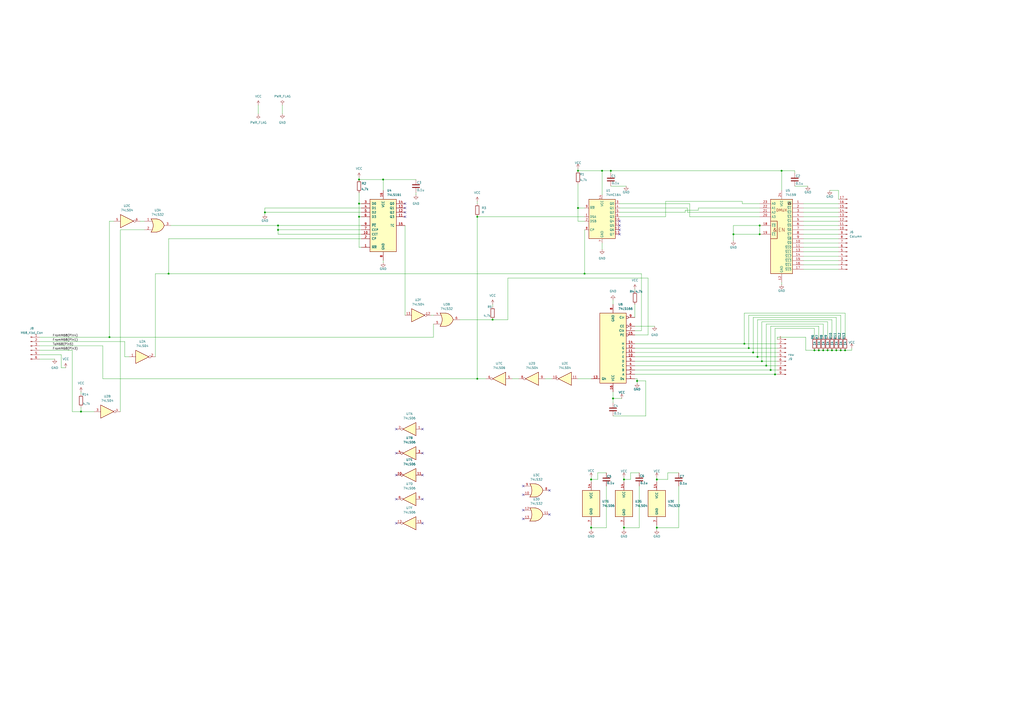
<source format=kicad_sch>
(kicad_sch (version 20231120) (generator "eeschema") (generator_version "8.0")
  (paper "A2")
  (lib_symbols
    (symbol "74xx:74HC164"
      (property "Reference" "U" (at 1.905 -13.97 0))
      (property "Value" "74HC164" (at 1.905 -16.51 0))
      (symbol "74HC164_1_1"
        (pin input line (at -10.16 0 0) (length 2.54) (name "DSA") (number "1"))
        (pin output line (at 10.16 -2.54 180) (length 2.54) (name "Q4") (number "10"))
        (pin output line (at 10.16 -5.08 180) (length 2.54) (name "Q5") (number "11"))
        (pin output line (at 10.16 -7.62 180) (length 2.54) (name "Q6") (number "12"))
        (pin output line (at 10.16 -10.16 180) (length 2.54) (name "Q7") (number "13"))
        (pin power_in line (at 0 12.7 270) (length 2.54) (name "VCC") (number "14"))
        (pin input line (at -10.16 -2.54 0) (length 2.54) (name "DSB") (number "2"))
        (pin output line (at 10.16 7.62 180) (length 2.54) (name "Q0") (number "3"))
        (pin output line (at 10.16 5.08 180) (length 2.54) (name "Q1") (number "4"))
        (pin output line (at 10.16 2.54 180) (length 2.54) (name "Q2") (number "5"))
        (pin output line (at 10.16 0 180) (length 2.54) (name "Q3") (number "6"))
        (pin power_in line (at 0 -15.24 90) (length 2.54) (name "GND") (number "7"))
        (pin input line (at -10.16 -7.62 0) (length 2.54) (name "CP") (number "8"))
        (pin input line (at -10.16 5.08 0) (length 2.54) (name "~{MR}") (number "9"))
      )
    )
    (symbol "74xx:74LS04"
      (property "Reference" "U" (at 0 1.27 0))
      (property "Value" "74LS04" (at 0 -1.27 0))
      (symbol "74LS04_1_0"
        (pin input line (at -7.62 0 0) (length 3.81) (name "~") (number "1"))
        (pin output inverted (at 7.62 0 180) (length 3.81) (name "~") (number "2"))
      )
      (symbol "74LS04_2_0"
        (pin input line (at -7.62 0 0) (length 3.81) (name "~") (number "3"))
        (pin output inverted (at 7.62 0 180) (length 3.81) (name "~") (number "4"))
      )
      (symbol "74LS04_3_0"
        (pin input line (at -7.62 0 0) (length 3.81) (name "~") (number "5"))
        (pin output inverted (at 7.62 0 180) (length 3.81) (name "~") (number "6"))
      )
      (symbol "74LS04_4_0"
        (pin output inverted (at 7.62 0 180) (length 3.81) (name "~") (number "8"))
        (pin input line (at -7.62 0 0) (length 3.81) (name "~") (number "9"))
      )
      (symbol "74LS04_5_0"
        (pin output inverted (at 7.62 0 180) (length 3.81) (name "~") (number "10"))
        (pin input line (at -7.62 0 0) (length 3.81) (name "~") (number "11"))
      )
      (symbol "74LS04_6_0"
        (pin output inverted (at 7.62 0 180) (length 3.81) (name "~") (number "12"))
        (pin input line (at -7.62 0 0) (length 3.81) (name "~") (number "13"))
      )
      (symbol "74LS04_7_0"
        (pin power_in line (at 0 12.7 270) (length 5.08) (name "VCC") (number "14"))
        (pin power_in line (at 0 -12.7 90) (length 5.08) (name "GND") (number "7"))
      )
    )
    (symbol "74xx:74LS06" (pin_names (offset 1.016))
      (property "Reference" "U" (at 0 1.27 0))
      (property "Value" "74LS06" (at 0 -1.27 0))
      (symbol "74LS06_1_0"
        (pin input line (at -7.62 0 0) (length 3.81) (name "~") (number "1"))
        (pin open_collector inverted (at 7.62 0 180) (length 3.81) (name "~") (number "2"))
      )
      (symbol "74LS06_2_0"
        (pin input line (at -7.62 0 0) (length 3.81) (name "~") (number "3"))
        (pin open_collector inverted (at 7.62 0 180) (length 3.81) (name "~") (number "4"))
      )
      (symbol "74LS06_3_0"
        (pin input line (at -7.62 0 0) (length 3.81) (name "~") (number "5"))
        (pin open_collector inverted (at 7.62 0 180) (length 3.81) (name "~") (number "6"))
      )
      (symbol "74LS06_4_0"
        (pin open_collector inverted (at 7.62 0 180) (length 3.81) (name "~") (number "8"))
        (pin input line (at -7.62 0 0) (length 3.81) (name "~") (number "9"))
      )
      (symbol "74LS06_5_0"
        (pin open_collector inverted (at 7.62 0 180) (length 3.81) (name "~") (number "10"))
        (pin input line (at -7.62 0 0) (length 3.81) (name "~") (number "11"))
      )
      (symbol "74LS06_6_0"
        (pin open_collector inverted (at 7.62 0 180) (length 3.81) (name "~") (number "12"))
        (pin input line (at -7.62 0 0) (length 3.81) (name "~") (number "13"))
      )
      (symbol "74LS06_7_0"
        (pin power_in line (at 0 12.7 270) (length 5.08) (name "VCC") (number "14"))
        (pin power_in line (at 0 -12.7 90) (length 5.08) (name "GND") (number "7"))
      )
    )
    (symbol "74xx:74LS161" (pin_names (offset 1.016))
      (property "Reference" "U" (at -7.62 16.51 0))
      (property "Value" "74LS161" (at -7.62 -16.51 0))
      (symbol "74LS161_1_0"
        (pin input line (at -12.7 -12.7 0) (length 5.08) (name "~{MR}") (number "1"))
        (pin input line (at -12.7 -5.08 0) (length 5.08) (name "CET") (number "10"))
        (pin output line (at 12.7 5.08 180) (length 5.08) (name "Q3") (number "11"))
        (pin output line (at 12.7 7.62 180) (length 5.08) (name "Q2") (number "12"))
        (pin output line (at 12.7 10.16 180) (length 5.08) (name "Q1") (number "13"))
        (pin output line (at 12.7 12.7 180) (length 5.08) (name "Q0") (number "14"))
        (pin output line (at 12.7 0 180) (length 5.08) (name "TC") (number "15"))
        (pin power_in line (at 0 20.32 270) (length 5.08) (name "VCC") (number "16"))
        (pin input line (at -12.7 -7.62 0) (length 5.08) (name "CP") (number "2"))
        (pin input line (at -12.7 12.7 0) (length 5.08) (name "D0") (number "3"))
        (pin input line (at -12.7 10.16 0) (length 5.08) (name "D1") (number "4"))
        (pin input line (at -12.7 7.62 0) (length 5.08) (name "D2") (number "5"))
        (pin input line (at -12.7 5.08 0) (length 5.08) (name "D3") (number "6"))
        (pin input line (at -12.7 -2.54 0) (length 5.08) (name "CEP") (number "7"))
        (pin power_in line (at 0 -20.32 90) (length 5.08) (name "GND") (number "8"))
        (pin input line (at -12.7 0 0) (length 5.08) (name "~{PE}") (number "9"))
      )
    )
    (symbol "74xx:74LS166" (pin_names (offset 1.016))
      (property "Reference" "U" (at -7.62 21.59 0))
      (property "Value" "74LS166" (at -7.62 -21.59 0))
      (symbol "74LS166_1_0"
        (pin input line (at -12.7 17.78 0) (length 5.08) (name "Ds") (number "1"))
        (pin input line (at -12.7 5.08 0) (length 5.08) (name "E") (number "10"))
        (pin input line (at -12.7 2.54 0) (length 5.08) (name "F") (number "11"))
        (pin input line (at -12.7 0 0) (length 5.08) (name "G") (number "12"))
        (pin output line (at 12.7 17.78 180) (length 5.08) (name "Qh") (number "13"))
        (pin input line (at -12.7 -2.54 0) (length 5.08) (name "H") (number "14"))
        (pin input inverted (at -12.7 -7.62 0) (length 5.08) (name "PE") (number "15"))
        (pin power_in line (at 0 25.4 270) (length 5.08) (name "VCC") (number "16"))
        (pin input line (at -12.7 15.24 0) (length 5.08) (name "A") (number "2"))
        (pin input line (at -12.7 12.7 0) (length 5.08) (name "B") (number "3"))
        (pin input line (at -12.7 10.16 0) (length 5.08) (name "C") (number "4"))
        (pin input line (at -12.7 7.62 0) (length 5.08) (name "D") (number "5"))
        (pin input inverted (at -12.7 -12.7 0) (length 5.08) (name "CE") (number "6"))
        (pin input line (at -12.7 -10.16 0) (length 5.08) (name "Clk") (number "7"))
        (pin power_in line (at 0 -25.4 90) (length 5.08) (name "GND") (number "8"))
        (pin input inverted (at -12.7 -17.78 0) (length 5.08) (name "Clr") (number "9"))
      )
    )
    (symbol "74xx:74LS32" (pin_names (offset 1.016))
      (property "Reference" "U" (at 0 1.27 0))
      (property "Value" "74LS32" (at 0 -1.27 0))
      (symbol "74LS32_1_1"
        (pin input line (at -7.62 2.54 0) (length 4.318) (name "~") (number "1"))
        (pin input line (at -7.62 -2.54 0) (length 4.318) (name "~") (number "2"))
        (pin output line (at 7.62 0 180) (length 3.81) (name "~") (number "3"))
      )
      (symbol "74LS32_1_2"
        (pin input inverted (at -7.62 2.54 0) (length 3.81) (name "~") (number "1"))
        (pin input inverted (at -7.62 -2.54 0) (length 3.81) (name "~") (number "2"))
        (pin output inverted (at 7.62 0 180) (length 3.81) (name "~") (number "3"))
      )
      (symbol "74LS32_2_1"
        (pin input line (at -7.62 2.54 0) (length 4.318) (name "~") (number "4"))
        (pin input line (at -7.62 -2.54 0) (length 4.318) (name "~") (number "5"))
        (pin output line (at 7.62 0 180) (length 3.81) (name "~") (number "6"))
      )
      (symbol "74LS32_2_2"
        (pin input inverted (at -7.62 2.54 0) (length 3.81) (name "~") (number "4"))
        (pin input inverted (at -7.62 -2.54 0) (length 3.81) (name "~") (number "5"))
        (pin output inverted (at 7.62 0 180) (length 3.81) (name "~") (number "6"))
      )
      (symbol "74LS32_3_1"
        (pin input line (at -7.62 -2.54 0) (length 4.318) (name "~") (number "10"))
        (pin output line (at 7.62 0 180) (length 3.81) (name "~") (number "8"))
        (pin input line (at -7.62 2.54 0) (length 4.318) (name "~") (number "9"))
      )
      (symbol "74LS32_3_2"
        (pin input inverted (at -7.62 -2.54 0) (length 3.81) (name "~") (number "10"))
        (pin output inverted (at 7.62 0 180) (length 3.81) (name "~") (number "8"))
        (pin input inverted (at -7.62 2.54 0) (length 3.81) (name "~") (number "9"))
      )
      (symbol "74LS32_4_1"
        (pin output line (at 7.62 0 180) (length 3.81) (name "~") (number "11"))
        (pin input line (at -7.62 2.54 0) (length 4.318) (name "~") (number "12"))
        (pin input line (at -7.62 -2.54 0) (length 4.318) (name "~") (number "13"))
      )
      (symbol "74LS32_4_2"
        (pin output inverted (at 7.62 0 180) (length 3.81) (name "~") (number "11"))
        (pin input inverted (at -7.62 2.54 0) (length 3.81) (name "~") (number "12"))
        (pin input inverted (at -7.62 -2.54 0) (length 3.81) (name "~") (number "13"))
      )
      (symbol "74LS32_5_0"
        (pin power_in line (at 0 12.7 270) (length 5.08) (name "VCC") (number "14"))
        (pin power_in line (at 0 -12.7 90) (length 5.08) (name "GND") (number "7"))
      )
    )
    (symbol "74xx_IEEE:74159"
      (property "Reference" "U" (at 6.35 25.4 0))
      (property "Value" "74159" (at 7.62 -21.59 0))
      (symbol "74159_0_0"
        (text "&" (at -3.81 5.08 0) (effects (font (size 2.032 2.032))))
        (text "DMUX" (at 0 16.51 0) (effects (font (size 1.524 1.524))))
        (text "EN" (at 0 5.08 0) (effects (font (size 2.032 2.032))))
        (pin power_in line (at 0 -25.4 90) (length 5.08) (name "GND") (number "12"))
        (pin power_in line (at 0 27.94 270) (length 5.08) (name "VCC") (number "24"))
      )
      (symbol "74159_1_1"
        (pin open_collector line (at 12.7 20.32 180) (length 6.35) (name "~{S0}") (number "1"))
        (pin open_collector line (at 12.7 -2.54 180) (length 6.35) (name "~{S9}") (number "10"))
        (pin open_collector line (at 12.7 -5.08 180) (length 6.35) (name "~{S10}") (number "11"))
        (pin open_collector line (at 12.7 -7.62 180) (length 6.35) (name "~{S11}") (number "13"))
        (pin open_collector line (at 12.7 -10.16 180) (length 6.35) (name "~{S12}") (number "14"))
        (pin open_collector line (at 12.7 -12.7 180) (length 6.35) (name "~{S13}") (number "15"))
        (pin open_collector line (at 12.7 -15.24 180) (length 6.35) (name "~{S14}") (number "16"))
        (pin open_collector line (at 12.7 -17.78 180) (length 6.35) (name "~{S15}") (number "17"))
        (pin input line (at -12.7 7.62 0) (length 6.35) (name "~{E0}") (number "18"))
        (pin input line (at -12.7 2.54 0) (length 6.35) (name "~{E1}") (number "19"))
        (pin open_collector line (at 12.7 17.78 180) (length 6.35) (name "~{S1}") (number "2"))
        (pin input line (at -12.7 12.7 0) (length 6.35) (name "A3") (number "20"))
        (pin input line (at -12.7 15.24 0) (length 6.35) (name "A2") (number "21"))
        (pin input line (at -12.7 17.78 0) (length 6.35) (name "A1") (number "22"))
        (pin input line (at -12.7 20.32 0) (length 6.35) (name "A0") (number "23"))
        (pin open_collector line (at 12.7 15.24 180) (length 6.35) (name "~{S2}") (number "3"))
        (pin open_collector line (at 12.7 12.7 180) (length 6.35) (name "~{S3}") (number "4"))
        (pin open_collector line (at 12.7 10.16 180) (length 6.35) (name "~{S4}") (number "5"))
        (pin open_collector line (at 12.7 7.62 180) (length 6.35) (name "~{S5}") (number "6"))
        (pin open_collector line (at 12.7 5.08 180) (length 6.35) (name "~{S6}") (number "7"))
        (pin open_collector line (at 12.7 2.54 180) (length 6.35) (name "~{S7}") (number "8"))
        (pin open_collector line (at 12.7 0 180) (length 6.35) (name "~{S8}") (number "9"))
      )
    )
    (symbol "Connector:Conn_01x06_Pin" (pin_names (offset 1.016) hide)
      (property "Reference" "J" (at 0 7.62 0))
      (property "Value" "Conn_01x06_Pin" (at 0 -10.16 0))
      (symbol "Conn_01x06_Pin_1_1"
        (pin passive line (at 5.08 5.08 180) (length 3.81) (name "Pin_1") (number "1"))
        (pin passive line (at 5.08 2.54 180) (length 3.81) (name "Pin_2") (number "2"))
        (pin passive line (at 5.08 0 180) (length 3.81) (name "Pin_3") (number "3"))
        (pin passive line (at 5.08 -2.54 180) (length 3.81) (name "Pin_4") (number "4"))
        (pin passive line (at 5.08 -5.08 180) (length 3.81) (name "Pin_5") (number "5"))
        (pin passive line (at 5.08 -7.62 180) (length 3.81) (name "Pin_6") (number "6"))
      )
    )
    (symbol "Connector:Conn_01x09_Pin" (pin_names (offset 1.016) hide)
      (property "Reference" "J" (at 0 12.7 0))
      (property "Value" "Conn_01x09_Pin" (at 0 -12.7 0))
      (symbol "Conn_01x09_Pin_1_1"
        (pin passive line (at 5.08 10.16 180) (length 3.81) (name "Pin_1") (number "1"))
        (pin passive line (at 5.08 7.62 180) (length 3.81) (name "Pin_2") (number "2"))
        (pin passive line (at 5.08 5.08 180) (length 3.81) (name "Pin_3") (number "3"))
        (pin passive line (at 5.08 2.54 180) (length 3.81) (name "Pin_4") (number "4"))
        (pin passive line (at 5.08 0 180) (length 3.81) (name "Pin_5") (number "5"))
        (pin passive line (at 5.08 -2.54 180) (length 3.81) (name "Pin_6") (number "6"))
        (pin passive line (at 5.08 -5.08 180) (length 3.81) (name "Pin_7") (number "7"))
        (pin passive line (at 5.08 -7.62 180) (length 3.81) (name "Pin_8") (number "8"))
        (pin passive line (at 5.08 -10.16 180) (length 3.81) (name "Pin_9") (number "9"))
      )
    )
    (symbol "Connector:Conn_01x17_Pin" (pin_names (offset 1.016) hide)
      (property "Reference" "J" (at 0 22.86 0))
      (property "Value" "Conn_01x17_Pin" (at 0 -22.86 0))
      (symbol "Conn_01x17_Pin_1_1"
        (pin passive line (at 5.08 20.32 180) (length 3.81) (name "Pin_1") (number "1"))
        (pin passive line (at 5.08 -2.54 180) (length 3.81) (name "Pin_10") (number "10"))
        (pin passive line (at 5.08 -5.08 180) (length 3.81) (name "Pin_11") (number "11"))
        (pin passive line (at 5.08 -7.62 180) (length 3.81) (name "Pin_12") (number "12"))
        (pin passive line (at 5.08 -10.16 180) (length 3.81) (name "Pin_13") (number "13"))
        (pin passive line (at 5.08 -12.7 180) (length 3.81) (name "Pin_14") (number "14"))
        (pin passive line (at 5.08 -15.24 180) (length 3.81) (name "Pin_15") (number "15"))
        (pin passive line (at 5.08 -17.78 180) (length 3.81) (name "Pin_16") (number "16"))
        (pin passive line (at 5.08 -20.32 180) (length 3.81) (name "Pin_17") (number "17"))
        (pin passive line (at 5.08 17.78 180) (length 3.81) (name "Pin_2") (number "2"))
        (pin passive line (at 5.08 15.24 180) (length 3.81) (name "Pin_3") (number "3"))
        (pin passive line (at 5.08 12.7 180) (length 3.81) (name "Pin_4") (number "4"))
        (pin passive line (at 5.08 10.16 180) (length 3.81) (name "Pin_5") (number "5"))
        (pin passive line (at 5.08 7.62 180) (length 3.81) (name "Pin_6") (number "6"))
        (pin passive line (at 5.08 5.08 180) (length 3.81) (name "Pin_7") (number "7"))
        (pin passive line (at 5.08 2.54 180) (length 3.81) (name "Pin_8") (number "8"))
        (pin passive line (at 5.08 0 180) (length 3.81) (name "Pin_9") (number "9"))
      )
    )
    (symbol "Device:C" (pin_numbers hide) (pin_names (offset 0.254))
      (property "Reference" "C" (at 0.635 2.54 0))
      (property "Value" "C" (at 0.635 -2.54 0))
      (symbol "C_1_1"
        (pin passive line (at 0 3.81 270) (length 2.794) (name "~") (number "1"))
        (pin passive line (at 0 -3.81 90) (length 2.794) (name "~") (number "2"))
      )
    )
    (symbol "Device:R" (pin_numbers hide) (pin_names (offset 0))
      (property "Reference" "R" (at 2.032 0 90))
      (property "Value" "R" (at 0 0 90))
      (symbol "R_1_1"
        (pin passive line (at 0 3.81 270) (length 1.27) (name "~") (number "1"))
        (pin passive line (at 0 -3.81 90) (length 1.27) (name "~") (number "2"))
      )
    )
    (symbol "power:GND" (power) (pin_numbers hide) (pin_names (offset 0) hide)
      (property "Value" "GND" (at 0 -3.81 0))
      (symbol "GND_1_1"
        (pin power_in line (at 0 0 270) (length 0) (name "~") (number "1"))
      )
    )
    (symbol "power:PWR_FLAG" (power) (pin_numbers hide) (pin_names (offset 0) hide)
      (property "Value" "PWR_FLAG" (at 0 3.81 0))
      (symbol "PWR_FLAG_0_0"
        (pin power_out line (at 0 0 90) (length 0) (name "~") (number "1"))
      )
    )
    (symbol "power:VCC" (power) (pin_numbers hide) (pin_names (offset 0) hide)
      (property "Value" "VCC" (at 0 3.556 0))
      (symbol "VCC_1_1"
        (pin power_in line (at 0 0 90) (length 0) (name "~") (number "1"))
      )
    )
  )
  (junction (at 482.6 203.2))
  (junction (at 477.52 203.2))
  (junction (at 480.06 203.2))
  (junction (at 208.28 125.73))
  (junction (at 487.68 203.2))
  (junction (at 161.29 133.35))
  (junction (at 339.09 158.75))
  (junction (at 485.14 203.2))
  (junction (at 161.29 130.81))
  (junction (at 222.25 104.14))
  (junction (at 444.5 212.09))
  (junction (at 285.75 185.42))
  (junction (at 349.25 99.06))
  (junction (at 208.28 104.14))
  (junction (at 381 306.07))
  (junction (at 453.39 99.06))
  (junction (at 381 278.13))
  (junction (at 335.28 120.65))
  (junction (at 276.86 219.71))
  (junction (at 439.42 207.01))
  (junction (at 208.28 118.11))
  (junction (at 425.45 135.89))
  (junction (at 335.28 99.06))
  (junction (at 361.95 278.13))
  (junction (at 369.57 220.98))
  (junction (at 434.34 201.93))
  (junction (at 63.5 195.58))
  (junction (at 46.99 238.76))
  (junction (at 474.98 203.2))
  (junction (at 153.67 123.19))
  (junction (at 97.79 158.75))
  (junction (at 440.69 130.81))
  (junction (at 276.86 125.73))
  (junction (at 342.9 278.13))
  (junction (at 449.58 217.17))
  (junction (at 436.88 204.47))
  (junction (at 361.95 306.07))
  (junction (at 472.44 203.2))
  (junction (at 441.96 209.55))
  (junction (at 354.33 99.06))
  (junction (at 342.9 306.07))
  (junction (at 490.22 203.2))
  (junction (at 447.04 214.63))
  (junction (at 355.6 231.14))
  (junction (at 431.8 199.39))
  (junction (at 440.69 135.89))
  (no_connect (at 318.77 298.45))
  (no_connect (at 234.95 118.11))
  (no_connect (at 303.53 300.99))
  (no_connect (at 234.95 125.73))
  (no_connect (at 229.87 248.92))
  (no_connect (at 245.11 248.92))
  (no_connect (at 359.41 130.81))
  (no_connect (at 234.95 120.65))
  (no_connect (at 245.11 303.53))
  (no_connect (at 318.77 284.48))
  (no_connect (at 234.95 123.19))
  (no_connect (at 359.41 128.27))
  (no_connect (at 229.87 262.89))
  (no_connect (at 359.41 135.89))
  (no_connect (at 245.11 275.59))
  (no_connect (at 359.41 133.35))
  (no_connect (at 229.87 303.53))
  (no_connect (at 229.87 275.59))
  (no_connect (at 303.53 281.94))
  (no_connect (at 245.11 262.89))
  (no_connect (at 303.53 295.91))
  (no_connect (at 303.53 287.02))
  (no_connect (at 245.11 289.56))
  (no_connect (at 229.87 289.56))
  (wire (pts (xy 441.96 209.55) (xy 441.96 186.69)))
  (wire (pts (xy 386.08 116.84) (xy 430.53 116.84)))
  (wire (pts (xy 342.9 278.13) (xy 342.9 279.4)))
  (wire (pts (xy 440.69 130.81) (xy 440.69 135.89)))
  (wire (pts (xy 368.3 209.55) (xy 441.96 209.55)))
  (wire (pts (xy 434.34 182.88) (xy 487.68 182.88)))
  (wire (pts (xy 285.75 185.42) (xy 266.7 185.42)))
  (wire (pts (xy 447.04 189.23) (xy 447.04 214.63)))
  (wire (pts (xy 222.25 151.13) (xy 222.25 152.4)))
  (wire (pts (xy 346.71 274.32) (xy 351.79 274.32)))
  (wire (pts (xy 400.05 125.73) (xy 440.69 125.73)))
  (wire (pts (xy 22.86 203.2) (xy 41.91 203.2)))
  (wire (pts (xy 354.33 99.06) (xy 354.33 100.33)))
  (wire (pts (xy 441.96 209.55) (xy 450.85 209.55)))
  (wire (pts (xy 361.95 276.86) (xy 361.95 278.13)))
  (wire (pts (xy 375.92 161.29) (xy 294.64 161.29)))
  (wire (pts (xy 69.85 133.35) (xy 69.85 238.76)))
  (wire (pts (xy 449.58 217.17) (xy 449.58 190.5)))
  (wire (pts (xy 485.14 203.2) (xy 487.68 203.2)))
  (wire (pts (xy 46.99 227.33) (xy 46.99 228.6)))
  (wire (pts (xy 398.78 123.19) (xy 440.69 123.19)))
  (wire (pts (xy 466.09 156.21) (xy 486.41 156.21)))
  (wire (pts (xy 440.69 130.81) (xy 425.45 130.81)))
  (wire (pts (xy 99.06 130.81) (xy 161.29 130.81)))
  (wire (pts (xy 22.86 200.66) (xy 59.69 200.66)))
  (wire (pts (xy 368.3 189.23) (xy 379.73 189.23)))
  (wire (pts (xy 368.3 219.71) (xy 369.57 219.71)))
  (wire (pts (xy 22.86 205.74) (xy 35.56 205.74)))
  (wire (pts (xy 430.53 118.11) (xy 440.69 118.11)))
  (wire (pts (xy 22.86 198.12) (xy 72.39 198.12)))
  (wire (pts (xy 354.33 107.95) (xy 363.22 107.95)))
  (wire (pts (xy 453.39 163.83) (xy 453.39 165.1)))
  (wire (pts (xy 97.79 158.75) (xy 97.79 138.43)))
  (wire (pts (xy 370.84 274.32) (xy 365.76 274.32)))
  (wire (pts (xy 487.68 203.2) (xy 490.22 203.2)))
  (wire (pts (xy 276.86 116.84) (xy 276.86 118.11)))
  (wire (pts (xy 381 304.8) (xy 381 306.07)))
  (wire (pts (xy 294.64 185.42) (xy 285.75 185.42)))
  (wire (pts (xy 374.65 220.98) (xy 369.57 220.98)))
  (wire (pts (xy 368.3 194.31) (xy 375.92 194.31)))
  (wire (pts (xy 393.7 306.07) (xy 381 306.07)))
  (wire (pts (xy 431.8 181.61) (xy 490.22 181.61)))
  (wire (pts (xy 335.28 128.27) (xy 335.28 120.65)))
  (wire (pts (xy 349.25 113.03) (xy 349.25 99.06)))
  (wire (pts (xy 208.28 118.11) (xy 209.55 118.11)))
  (wire (pts (xy 361.95 304.8) (xy 361.95 306.07)))
  (wire (pts (xy 276.86 125.73) (xy 339.09 125.73)))
  (wire (pts (xy 251.46 195.58) (xy 251.46 187.96)))
  (wire (pts (xy 431.8 199.39) (xy 450.85 199.39)))
  (wire (pts (xy 208.28 102.87) (xy 208.28 104.14)))
  (wire (pts (xy 405.13 121.92) (xy 405.13 120.65)))
  (wire (pts (xy 349.25 99.06) (xy 354.33 99.06)))
  (wire (pts (xy 97.79 158.75) (xy 339.09 158.75)))
  (wire (pts (xy 359.41 125.73) (xy 386.08 125.73)))
  (wire (pts (xy 63.5 128.27) (xy 66.04 128.27)))
  (wire (pts (xy 397.51 121.92) (xy 405.13 121.92)))
  (wire (pts (xy 63.5 128.27) (xy 63.5 195.58)))
  (wire (pts (xy 335.28 120.65) (xy 339.09 120.65)))
  (wire (pts (xy 208.28 104.14) (xy 222.25 104.14)))
  (wire (pts (xy 393.7 281.94) (xy 393.7 306.07)))
  (wire (pts (xy 425.45 130.81) (xy 425.45 135.89)))
  (wire (pts (xy 149.86 60.96) (xy 149.86 66.04)))
  (wire (pts (xy 466.09 140.97) (xy 486.41 140.97)))
  (wire (pts (xy 208.28 125.73) (xy 208.28 143.51)))
  (wire (pts (xy 434.34 201.93) (xy 434.34 182.88)))
  (wire (pts (xy 163.83 60.96) (xy 163.83 66.04)))
  (wire (pts (xy 472.44 203.2) (xy 474.98 203.2)))
  (wire (pts (xy 474.98 189.23) (xy 447.04 189.23)))
  (wire (pts (xy 477.52 187.96) (xy 477.52 195.58)))
  (wire (pts (xy 400.05 118.11) (xy 400.05 125.73)))
  (wire (pts (xy 480.06 186.69) (xy 480.06 195.58)))
  (wire (pts (xy 339.09 158.75) (xy 372.11 158.75)))
  (wire (pts (xy 439.42 185.42) (xy 482.6 185.42)))
  (wire (pts (xy 436.88 184.15) (xy 485.14 184.15)))
  (wire (pts (xy 447.04 214.63) (xy 450.85 214.63)))
  (wire (pts (xy 241.3 111.76) (xy 241.3 113.03)))
  (wire (pts (xy 35.56 205.74) (xy 35.56 213.36)))
  (wire (pts (xy 153.67 120.65) (xy 153.67 123.19)))
  (wire (pts (xy 466.09 123.19) (xy 486.41 123.19)))
  (wire (pts (xy 276.86 219.71) (xy 281.94 219.71)))
  (wire (pts (xy 359.41 118.11) (xy 400.05 118.11)))
  (wire (pts (xy 161.29 135.89) (xy 209.55 135.89)))
  (wire (pts (xy 41.91 238.76) (xy 46.99 238.76)))
  (wire (pts (xy 342.9 276.86) (xy 342.9 278.13)))
  (wire (pts (xy 466.09 146.05) (xy 486.41 146.05)))
  (wire (pts (xy 72.39 207.01) (xy 74.93 207.01)))
  (wire (pts (xy 490.22 181.61) (xy 490.22 195.58)))
  (wire (pts (xy 90.17 158.75) (xy 97.79 158.75)))
  (wire (pts (xy 398.78 120.65) (xy 398.78 123.19)))
  (wire (pts (xy 450.85 195.58) (xy 467.36 195.58)))
  (wire (pts (xy 405.13 120.65) (xy 440.69 120.65)))
  (wire (pts (xy 234.95 130.81) (xy 234.95 182.88)))
  (wire (pts (xy 22.86 208.28) (xy 31.75 208.28)))
  (wire (pts (xy 351.79 281.94) (xy 351.79 306.07)))
  (wire (pts (xy 335.28 97.79) (xy 335.28 99.06)))
  (wire (pts (xy 346.71 278.13) (xy 346.71 274.32)))
  (wire (pts (xy 316.23 219.71) (xy 320.04 219.71)))
  (wire (pts (xy 368.3 167.64) (xy 368.3 168.91)))
  (wire (pts (xy 485.14 184.15) (xy 485.14 195.58)))
  (wire (pts (xy 153.67 123.19) (xy 153.67 124.46)))
  (wire (pts (xy 444.5 212.09) (xy 444.5 187.96)))
  (wire (pts (xy 153.67 120.65) (xy 209.55 120.65)))
  (wire (pts (xy 375.92 194.31) (xy 375.92 161.29)))
  (wire (pts (xy 97.79 138.43) (xy 209.55 138.43)))
  (wire (pts (xy 359.41 120.65) (xy 398.78 120.65)))
  (wire (pts (xy 434.34 201.93) (xy 450.85 201.93)))
  (wire (pts (xy 342.9 304.8) (xy 342.9 306.07)))
  (wire (pts (xy 466.09 148.59) (xy 486.41 148.59)))
  (wire (pts (xy 461.01 107.95) (xy 468.63 107.95)))
  (wire (pts (xy 361.95 306.07) (xy 361.95 307.34)))
  (wire (pts (xy 369.57 219.71) (xy 369.57 220.98)))
  (wire (pts (xy 208.28 111.76) (xy 208.28 118.11)))
  (wire (pts (xy 46.99 236.22) (xy 46.99 238.76)))
  (wire (pts (xy 339.09 128.27) (xy 335.28 128.27)))
  (wire (pts (xy 222.25 104.14) (xy 222.25 110.49)))
  (wire (pts (xy 161.29 133.35) (xy 161.29 130.81)))
  (wire (pts (xy 368.3 214.63) (xy 447.04 214.63)))
  (wire (pts (xy 365.76 274.32) (xy 365.76 278.13)))
  (wire (pts (xy 444.5 212.09) (xy 450.85 212.09)))
  (wire (pts (xy 370.84 306.07) (xy 370.84 281.94)))
  (wire (pts (xy 368.3 204.47) (xy 436.88 204.47)))
  (wire (pts (xy 466.09 128.27) (xy 486.41 128.27)))
  (wire (pts (xy 368.3 207.01) (xy 439.42 207.01)))
  (wire (pts (xy 381 278.13) (xy 381 279.4)))
  (wire (pts (xy 339.09 133.35) (xy 339.09 158.75)))
  (wire (pts (xy 439.42 207.01) (xy 439.42 185.42)))
  (wire (pts (xy 208.28 143.51) (xy 209.55 143.51)))
  (wire (pts (xy 368.3 217.17) (xy 449.58 217.17)))
  (wire (pts (xy 461.01 99.06) (xy 461.01 100.33)))
  (wire (pts (xy 450.85 195.58) (xy 450.85 196.85)))
  (wire (pts (xy 474.98 195.58) (xy 474.98 189.23)))
  (wire (pts (xy 349.25 140.97) (xy 349.25 144.78)))
  (wire (pts (xy 335.28 219.71) (xy 342.9 219.71)))
  (wire (pts (xy 466.09 130.81) (xy 486.41 130.81)))
  (wire (pts (xy 466.09 153.67) (xy 486.41 153.67)))
  (wire (pts (xy 208.28 125.73) (xy 208.28 118.11)))
  (wire (pts (xy 466.09 118.11) (xy 486.41 118.11)))
  (wire (pts (xy 374.65 241.3) (xy 374.65 220.98)))
  (wire (pts (xy 466.09 151.13) (xy 486.41 151.13)))
  (wire (pts (xy 393.7 274.32) (xy 387.35 274.32)))
  (wire (pts (xy 467.36 203.2) (xy 472.44 203.2)))
  (wire (pts (xy 368.3 212.09) (xy 444.5 212.09)))
  (wire (pts (xy 466.09 143.51) (xy 486.41 143.51)))
  (wire (pts (xy 372.11 191.77) (xy 368.3 191.77)))
  (wire (pts (xy 22.86 195.58) (xy 63.5 195.58)))
  (wire (pts (xy 477.52 203.2) (xy 480.06 203.2)))
  (wire (pts (xy 342.9 306.07) (xy 342.9 307.34)))
  (wire (pts (xy 351.79 306.07) (xy 342.9 306.07)))
  (wire (pts (xy 354.33 99.06) (xy 453.39 99.06)))
  (wire (pts (xy 381 276.86) (xy 381 278.13)))
  (wire (pts (xy 297.18 219.71) (xy 300.99 219.71)))
  (wire (pts (xy 425.45 139.7) (xy 425.45 135.89)))
  (wire (pts (xy 161.29 133.35) (xy 209.55 133.35)))
  (wire (pts (xy 368.3 199.39) (xy 431.8 199.39)))
  (wire (pts (xy 466.09 133.35) (xy 486.41 133.35)))
  (wire (pts (xy 285.75 176.53) (xy 285.75 177.8)))
  (wire (pts (xy 81.28 128.27) (xy 83.82 128.27)))
  (wire (pts (xy 63.5 195.58) (xy 251.46 195.58)))
  (wire (pts (xy 365.76 278.13) (xy 361.95 278.13)))
  (wire (pts (xy 453.39 99.06) (xy 461.01 99.06)))
  (wire (pts (xy 490.22 203.2) (xy 494.03 203.2)))
  (wire (pts (xy 361.95 278.13) (xy 361.95 279.4)))
  (wire (pts (xy 355.6 231.14) (xy 355.6 233.68)))
  (wire (pts (xy 368.3 201.93) (xy 434.34 201.93)))
  (wire (pts (xy 466.09 120.65) (xy 486.41 120.65)))
  (wire (pts (xy 441.96 186.69) (xy 480.06 186.69)))
  (wire (pts (xy 161.29 135.89) (xy 161.29 133.35)))
  (wire (pts (xy 222.25 104.14) (xy 241.3 104.14)))
  (wire (pts (xy 482.6 185.42) (xy 482.6 195.58)))
  (wire (pts (xy 486.41 110.49) (xy 486.41 115.57)))
  (wire (pts (xy 482.6 203.2) (xy 485.14 203.2)))
  (wire (pts (xy 481.33 110.49) (xy 486.41 110.49)))
  (wire (pts (xy 35.56 213.36) (xy 38.1 213.36)))
  (wire (pts (xy 59.69 219.71) (xy 276.86 219.71)))
  (wire (pts (xy 474.98 203.2) (xy 477.52 203.2)))
  (wire (pts (xy 467.36 195.58) (xy 467.36 203.2)))
  (wire (pts (xy 369.57 220.98) (xy 369.57 222.25)))
  (wire (pts (xy 72.39 198.12) (xy 72.39 207.01)))
  (wire (pts (xy 472.44 190.5) (xy 472.44 195.58)))
  (wire (pts (xy 361.95 306.07) (xy 370.84 306.07)))
  (wire (pts (xy 387.35 274.32) (xy 387.35 278.13)))
  (wire (pts (xy 386.08 125.73) (xy 386.08 116.84)))
  (wire (pts (xy 359.41 123.19) (xy 397.51 123.19)))
  (wire (pts (xy 372.11 158.75) (xy 372.11 191.77)))
  (wire (pts (xy 250.19 182.88) (xy 251.46 182.88)))
  (wire (pts (xy 487.68 182.88) (xy 487.68 195.58)))
  (wire (pts (xy 368.3 176.53) (xy 368.3 184.15)))
  (wire (pts (xy 355.6 231.14) (xy 360.68 231.14)))
  (wire (pts (xy 153.67 123.19) (xy 209.55 123.19)))
  (wire (pts (xy 46.99 238.76) (xy 54.61 238.76)))
  (wire (pts (xy 335.28 106.68) (xy 335.28 120.65)))
  (wire (pts (xy 355.6 227.33) (xy 355.6 231.14)))
  (wire (pts (xy 444.5 187.96) (xy 477.52 187.96)))
  (wire (pts (xy 355.6 241.3) (xy 374.65 241.3)))
  (wire (pts (xy 209.55 125.73) (xy 208.28 125.73)))
  (wire (pts (xy 436.88 204.47) (xy 436.88 184.15)))
  (wire (pts (xy 430.53 116.84) (xy 430.53 118.11)))
  (wire (pts (xy 494.03 203.2) (xy 494.03 201.93)))
  (wire (pts (xy 449.58 217.17) (xy 450.85 217.17)))
  (wire (pts (xy 59.69 200.66) (xy 59.69 219.71)))
  (wire (pts (xy 90.17 207.01) (xy 90.17 158.75)))
  (wire (pts (xy 397.51 123.19) (xy 397.51 121.92)))
  (wire (pts (xy 355.6 173.99) (xy 355.6 176.53)))
  (wire (pts (xy 425.45 135.89) (xy 440.69 135.89)))
  (wire (pts (xy 69.85 133.35) (xy 83.82 133.35)))
  (wire (pts (xy 161.29 130.81) (xy 209.55 130.81)))
  (wire (pts (xy 436.88 204.47) (xy 450.85 204.47)))
  (wire (pts (xy 431.8 199.39) (xy 431.8 181.61)))
  (wire (pts (xy 276.86 125.73) (xy 276.86 219.71)))
  (wire (pts (xy 387.35 278.13) (xy 381 278.13)))
  (wire (pts (xy 41.91 203.2) (xy 41.91 238.76)))
  (wire (pts (xy 439.42 207.01) (xy 450.85 207.01)))
  (wire (pts (xy 342.9 278.13) (xy 346.71 278.13)))
  (wire (pts (xy 466.09 138.43) (xy 486.41 138.43)))
  (wire (pts (xy 480.06 203.2) (xy 482.6 203.2)))
  (wire (pts (xy 466.09 125.73) (xy 486.41 125.73)))
  (wire (pts (xy 294.64 161.29) (xy 294.64 185.42)))
  (wire (pts (xy 453.39 99.06) (xy 453.39 110.49)))
  (wire (pts (xy 381 306.07) (xy 381 307.34)))
  (wire (pts (xy 449.58 190.5) (xy 472.44 190.5)))
  (wire (pts (xy 349.25 99.06) (xy 335.28 99.06)))
  (wire (pts (xy 466.09 135.89) (xy 486.41 135.89)))
  (label "FromM68(Pin4)" (at 30.48 195.58 0))
  (label "ToM68(Pin5)" (at 30.48 200.66 0))
  (label "FromM68(Pin1)" (at 30.48 198.12 0))
  (label "FromM68(Pin3)" (at 30.48 203.2 0))
  (symbol (lib_id "power:GND") (at 468.63 107.95 0) (unit 1)
    (property "Reference" "#PWR010" (effects (hide yes)))
    (property "Value" "GND" (at 468.63 111.506 0))
    (property "Description" "Power symbol creates a global label with name \"GND\" , ground" (effects (hide yes)))
  )
  (symbol (lib_id "power:PWR_FLAG") (at 149.86 66.04 180) (unit 1)
    (property "Reference" "#FLG02" (effects (hide yes)))
    (property "Value" "PWR_FLAG" (at 149.86 71.12 0))
    (property "Description" "Special symbol for telling ERC where power comes from" (effects (hide yes)))
  )
  (symbol (lib_id "Device:R") (at 46.99 232.41 0) (unit 1)
    (property "Reference" "R14" (at 47.498 228.854 0) (effects (justify left)))
    (property "Value" "4.7k" (at 48.006 234.188 0) (effects (justify left)))
    (property "Footprint" "Resistor_THT:R_Axial_DIN0207_L6.3mm_D2.5mm_P10.16mm_Horizontal" (effects (hide yes)))
    (property "Description" "Resistor" (effects (hide yes)))
  )
  (symbol (lib_id "74xx:74LS166") (at 355.6 201.93 180) (unit 1)
    (property "Reference" "U6" (at 358.6165 176.53 0) (effects (justify right)))
    (property "Value" "74LS166" (at 358.6165 179.07 0) (effects (justify right)))
    (property "Footprint" "Package_DIP:DIP-16_W7.62mm_Socket_LongPads" (effects (hide yes)))
    (property "Datasheet" "http://www.ti.com/lit/gpn/sn74LS166" (effects (hide yes)))
    (property "Description" "Shift Register 8-bit, parallel load" (effects (hide yes)))
  )
  (symbol (lib_id "power:GND") (at 349.25 144.78 0) (unit 1)
    (property "Reference" "#PWR016" (effects (hide yes)))
    (property "Value" "GND" (at 349.25 149.86 0))
    (property "Description" "Power symbol creates a global label with name \"GND\" , ground" (effects (hide yes)))
  )
  (symbol (lib_id "Device:R") (at 276.86 121.92 0) (unit 1)
    (property "Reference" "R3" (at 279.4 120.6499 0) (effects (justify left)))
    (property "Value" "R" (at 279.4 123.1899 0) (effects (justify left)))
    (property "Footprint" "Resistor_THT:R_Axial_DIN0207_L6.3mm_D2.5mm_P10.16mm_Horizontal" (effects (hide yes)))
    (property "Description" "Resistor" (effects (hide yes)))
  )
  (symbol (lib_id "Device:C") (at 393.7 278.13 0) (unit 1)
    (property "Reference" "C7" (at 394.208 276.352 0) (effects (justify left)))
    (property "Value" "0.1u" (at 394.208 280.416 0) (effects (justify left)))
    (property "Footprint" "Capacitor_THT:C_Disc_D5.0mm_W2.5mm_P2.50mm" (effects (hide yes)))
    (property "Description" "Unpolarized capacitor" (effects (hide yes)))
  )
  (symbol (lib_id "74xx:74HC164") (at 349.25 125.73 0) (unit 1)
    (property "Reference" "U1" (at 351.4441 110.49 0) (effects (justify left)))
    (property "Value" "74HC164" (at 351.4441 113.03 0) (effects (justify left)))
    (property "Footprint" "Package_DIP:DIP-14_W7.62mm_Socket_LongPads" (effects (hide yes)))
    (property "Datasheet" "https://assets.nexperia.com/documents/data-sheet/74HC_HCT164.pdf" (effects (hide yes)))
    (property "Description" "8-bit serial-in parallel-out shift register" (effects (hide yes)))
  )
  (symbol (lib_id "74xx:74LS32") (at 311.15 284.48 0) (unit 3)
    (property "Reference" "U3" (at 311.15 275.59 0))
    (property "Value" "74LS32" (at 311.15 278.13 0))
    (property "Footprint" "Package_DIP:DIP-14_W7.62mm_Socket_LongPads" (effects (hide yes)))
    (property "Datasheet" "http://www.ti.com/lit/gpn/sn74LS32" (effects (hide yes)))
    (property "Description" "Quad 2-input OR" (effects (hide yes)))
  )
  (symbol (lib_id "power:VCC") (at 38.1 213.36 0) (unit 1)
    (property "Reference" "#PWR027" (effects (hide yes)))
    (property "Value" "VCC" (at 38.1 208.28 0))
    (property "Description" "Power symbol creates a global label with name \"VCC\"" (effects (hide yes)))
  )
  (symbol (lib_id "Device:R") (at 480.06 199.39 0) (unit 1)
    (property "Reference" "R9" (at 479.044 196.85 90) (effects (justify left)))
    (property "Value" "1k" (at 480.06 200.406 90) (effects (justify left)))
    (property "Footprint" "Resistor_THT:R_Axial_DIN0207_L6.3mm_D2.5mm_P10.16mm_Horizontal" (effects (hide yes)))
    (property "Description" "Resistor" (effects (hide yes)))
  )
  (symbol (lib_id "power:GND") (at 241.3 113.03 0) (unit 1)
    (property "Reference" "#PWR012" (effects (hide yes)))
    (property "Value" "GND" (at 241.3 118.11 0))
    (property "Description" "Power symbol creates a global label with name \"GND\" , ground" (effects (hide yes)))
  )
  (symbol (lib_id "power:GND") (at 222.25 152.4 0) (unit 1)
    (property "Reference" "#PWR018" (effects (hide yes)))
    (property "Value" "GND" (at 222.25 155.956 0))
    (property "Description" "Power symbol creates a global label with name \"GND\" , ground" (effects (hide yes)))
  )
  (symbol (lib_id "power:VCC") (at 285.75 176.53 0) (unit 1)
    (property "Reference" "#PWR022" (effects (hide yes)))
    (property "Value" "VCC" (at 285.75 171.45 0))
    (property "Description" "Power symbol creates a global label with name \"VCC\"" (effects (hide yes)))
  )
  (symbol (lib_id "74xx:74LS06") (at 237.49 289.56 180) (unit 4)
    (property "Reference" "U7" (at 237.49 280.67 0))
    (property "Value" "74LS06" (at 237.49 283.21 0))
    (property "Footprint" "Package_DIP:DIP-14_W7.62mm_Socket_LongPads" (effects (hide yes)))
    (property "Datasheet" "http://www.ti.com/lit/gpn/sn74LS06" (effects (hide yes)))
    (property "Description" "Inverter Open Collect" (effects (hide yes)))
  )
  (symbol (lib_id "power:VCC") (at 149.86 60.96 0) (unit 1)
    (property "Reference" "#PWR02" (effects (hide yes)))
    (property "Value" "VCC" (at 149.86 55.88 0))
    (property "Description" "Power symbol creates a global label with name \"VCC\"" (effects (hide yes)))
  )
  (symbol (lib_id "74xx:74LS32") (at 381 292.1 0) (unit 5)
    (property "Reference" "U3" (at 387.35 290.8299 0) (effects (justify left)))
    (property "Value" "74LS32" (at 387.35 293.3699 0) (effects (justify left)))
    (property "Footprint" "Package_DIP:DIP-14_W7.62mm_Socket_LongPads" (effects (hide yes)))
    (property "Datasheet" "http://www.ti.com/lit/gpn/sn74LS32" (effects (hide yes)))
    (property "Description" "Quad 2-input OR" (effects (hide yes)))
  )
  (symbol (lib_id "power:VCC") (at 361.95 276.86 0) (unit 1)
    (property "Reference" "#PWR033" (effects (hide yes)))
    (property "Value" "VCC" (at 361.95 273.304 0))
    (property "Description" "Power symbol creates a global label with name \"VCC\"" (effects (hide yes)))
  )
  (symbol (lib_id "Device:C") (at 241.3 107.95 0) (unit 1)
    (property "Reference" "C3" (at 241.808 105.918 0) (effects (justify left)))
    (property "Value" "0.1u" (at 241.808 110.236 0) (effects (justify left)))
    (property "Footprint" "Capacitor_THT:C_Disc_D5.0mm_W2.5mm_P2.50mm" (effects (hide yes)))
    (property "Description" "Unpolarized capacitor" (effects (hide yes)))
  )
  (symbol (lib_id "74xx:74LS06") (at 237.49 262.89 180) (unit 2)
    (property "Reference" "U7" (at 237.49 254 0))
    (property "Value" "74LS06" (at 237.49 256.54 0))
    (property "Footprint" "Package_DIP:DIP-14_W7.62mm_Socket_LongPads" (effects (hide yes)))
    (property "Datasheet" "http://www.ti.com/lit/gpn/sn74LS06" (effects (hide yes)))
    (property "Description" "Inverter Open Collect" (effects (hide yes)))
  )
  (symbol (lib_id "Device:C") (at 351.79 278.13 0) (unit 1)
    (property "Reference" "C5" (at 352.044 276.352 0) (effects (justify left)))
    (property "Value" "0.1u" (at 352.044 280.162 0) (effects (justify left)))
    (property "Footprint" "Capacitor_THT:C_Disc_D5.0mm_W2.5mm_P2.50mm" (effects (hide yes)))
    (property "Description" "Unpolarized capacitor" (effects (hide yes)))
  )
  (symbol (lib_id "74xx:74LS06") (at 237.49 248.92 180) (unit 1)
    (property "Reference" "U7" (at 237.49 240.03 0))
    (property "Value" "74LS06" (at 237.49 242.57 0))
    (property "Footprint" "Package_DIP:DIP-14_W7.62mm_Socket_LongPads" (effects (hide yes)))
    (property "Datasheet" "http://www.ti.com/lit/gpn/sn74LS06" (effects (hide yes)))
    (property "Description" "Inverter Open Collect" (effects (hide yes)))
  )
  (symbol (lib_id "power:GND") (at 481.33 110.49 0) (unit 1)
    (property "Reference" "#PWR011" (effects (hide yes)))
    (property "Value" "GND" (at 481.33 114.046 0))
    (property "Description" "Power symbol creates a global label with name \"GND\" , ground" (effects (hide yes)))
  )
  (symbol (lib_id "power:GND") (at 363.22 107.95 0) (unit 1)
    (property "Reference" "#PWR09" (effects (hide yes)))
    (property "Value" "GND" (at 363.22 111.506 0))
    (property "Description" "Power symbol creates a global label with name \"GND\" , ground" (effects (hide yes)))
  )
  (symbol (lib_id "74xx:74LS04") (at 73.66 128.27 0) (unit 3)
    (property "Reference" "U2" (at 73.66 119.38 0))
    (property "Value" "74LS04" (at 73.66 121.92 0))
    (property "Footprint" "Package_DIP:DIP-14_W7.62mm_Socket_LongPads" (effects (hide yes)))
    (property "Datasheet" "http://www.ti.com/lit/gpn/sn74LS04" (effects (hide yes)))
    (property "Description" "Hex Inverter" (effects (hide yes)))
  )
  (symbol (lib_id "power:GND") (at 342.9 307.34 0) (unit 1)
    (property "Reference" "#PWR035" (effects (hide yes)))
    (property "Value" "GND" (at 342.9 311.15 0))
    (property "Description" "Power symbol creates a global label with name \"GND\" , ground" (effects (hide yes)))
  )
  (symbol (lib_id "power:VCC") (at 360.68 231.14 0) (unit 1)
    (property "Reference" "#PWR030" (effects (hide yes)))
    (property "Value" "VCC" (at 360.68 227.584 0))
    (property "Description" "Power symbol creates a global label with name \"VCC\"" (effects (hide yes)))
  )
  (symbol (lib_id "Device:R") (at 335.28 102.87 0) (unit 1)
    (property "Reference" "R1" (at 336.296 101.092 0) (effects (justify left)))
    (property "Value" "4.7k" (at 336.296 104.394 0) (effects (justify left)))
    (property "Footprint" "Resistor_THT:R_Axial_DIN0207_L6.3mm_D2.5mm_P10.16mm_Horizontal" (effects (hide yes)))
    (property "Description" "Resistor" (effects (hide yes)))
  )
  (symbol (lib_id "74xx:74LS04") (at 62.23 238.76 0) (unit 2)
    (property "Reference" "U2" (at 62.23 229.87 0))
    (property "Value" "74LS04" (at 62.23 232.41 0))
    (property "Footprint" "Package_DIP:DIP-14_W7.62mm_Socket_LongPads" (effects (hide yes)))
    (property "Datasheet" "http://www.ti.com/lit/gpn/sn74LS04" (effects (hide yes)))
    (property "Description" "Hex Inverter" (effects (hide yes)))
  )
  (symbol (lib_id "74xx:74LS06") (at 342.9 292.1 0) (unit 7)
    (property "Reference" "U7" (at 349.25 290.8299 0) (effects (justify left)))
    (property "Value" "74LS06" (at 349.25 293.3699 0) (effects (justify left)))
    (property "Footprint" "Package_DIP:DIP-14_W7.62mm_Socket_LongPads" (effects (hide yes)))
    (property "Datasheet" "http://www.ti.com/lit/gpn/sn74LS06" (effects (hide yes)))
    (property "Description" "Inverter Open Collect" (effects (hide yes)))
  )
  (symbol (lib_id "power:VCC") (at 342.9 276.86 0) (unit 1)
    (property "Reference" "#PWR032" (effects (hide yes)))
    (property "Value" "VCC" (at 342.9 273.05 0))
    (property "Description" "Power symbol creates a global label with name \"VCC\"" (effects (hide yes)))
  )
  (symbol (lib_id "power:VCC") (at 381 276.86 0) (unit 1)
    (property "Reference" "#PWR034" (effects (hide yes)))
    (property "Value" "VCC" (at 381 273.304 0))
    (property "Description" "Power symbol creates a global label with name \"VCC\"" (effects (hide yes)))
  )
  (symbol (lib_id "Device:R") (at 285.75 181.61 0) (unit 1)
    (property "Reference" "R5" (at 282.702 178.054 0) (effects (justify left)))
    (property "Value" "4.7k" (at 280.416 183.134 0) (effects (justify left)))
    (property "Footprint" "Resistor_THT:R_Axial_DIN0207_L6.3mm_D2.5mm_P10.16mm_Horizontal" (effects (hide yes)))
    (property "Description" "Resistor" (effects (hide yes)))
  )
  (symbol (lib_id "power:VCC") (at 494.03 201.93 0) (unit 1)
    (property "Reference" "#PWR038" (effects (hide yes)))
    (property "Value" "VCC" (at 494.03 198.628 0))
    (property "Description" "Power symbol creates a global label with name \"VCC\"" (effects (hide yes)))
  )
  (symbol (lib_id "Device:R") (at 490.22 199.39 0) (unit 1)
    (property "Reference" "R13" (at 489.458 196.85 90) (effects (justify left)))
    (property "Value" "1k" (at 490.22 200.406 90) (effects (justify left)))
    (property "Footprint" "Resistor_THT:R_Axial_DIN0207_L6.3mm_D2.5mm_P10.16mm_Horizontal" (effects (hide yes)))
    (property "Description" "Resistor" (effects (hide yes)))
  )
  (symbol (lib_id "74xx:74LS06") (at 237.49 275.59 180) (unit 5)
    (property "Reference" "U7" (at 237.49 266.7 0))
    (property "Value" "74LS06" (at 237.49 269.24 0))
    (property "Footprint" "Package_DIP:DIP-14_W7.62mm_Socket_LongPads" (effects (hide yes)))
    (property "Datasheet" "http://www.ti.com/lit/gpn/sn74LS06" (effects (hide yes)))
    (property "Description" "Inverter Open Collect" (effects (hide yes)))
  )
  (symbol (lib_id "power:GND") (at 163.83 66.04 0) (unit 1)
    (property "Reference" "#PWR03" (effects (hide yes)))
    (property "Value" "GND" (at 163.83 71.12 0))
    (property "Description" "Power symbol creates a global label with name \"GND\" , ground" (effects (hide yes)))
  )
  (symbol (lib_id "Device:R") (at 368.3 172.72 0) (unit 1)
    (property "Reference" "R4" (at 365.252 169.164 0) (effects (justify left)))
    (property "Value" "4.7k" (at 368.554 169.164 0) (effects (justify left)))
    (property "Footprint" "Resistor_THT:R_Axial_DIN0207_L6.3mm_D2.5mm_P10.16mm_Horizontal" (effects (hide yes)))
    (property "Description" "Resistor" (effects (hide yes)))
  )
  (symbol (lib_id "74xx:74LS04") (at 308.61 219.71 180) (unit 4)
    (property "Reference" "U2" (at 308.61 210.82 0))
    (property "Value" "74LS04" (at 308.61 213.36 0))
    (property "Footprint" "Package_DIP:DIP-14_W7.62mm_Socket_LongPads" (effects (hide yes)))
    (property "Datasheet" "http://www.ti.com/lit/gpn/sn74LS04" (effects (hide yes)))
    (property "Description" "Hex Inverter" (effects (hide yes)))
  )
  (symbol (lib_id "power:GND") (at 453.39 165.1 0) (unit 1)
    (property "Reference" "#PWR019" (effects (hide yes)))
    (property "Value" "GND" (at 453.39 168.656 0))
    (property "Description" "Power symbol creates a global label with name \"GND\" , ground" (effects (hide yes)))
  )
  (symbol (lib_id "Device:C") (at 354.33 104.14 0) (unit 1)
    (property "Reference" "C1" (at 354.584 102.108 0) (effects (justify left)))
    (property "Value" "0.1u" (at 354.838 106.172 0) (effects (justify left)))
    (property "Footprint" "Capacitor_THT:C_Disc_D5.0mm_W2.5mm_P2.50mm" (effects (hide yes)))
    (property "Description" "Unpolarized capacitor" (effects (hide yes)))
  )
  (symbol (lib_id "74xx:74LS04") (at 327.66 219.71 180) (unit 5)
    (property "Reference" "U2" (at 327.66 210.82 0))
    (property "Value" "74LS04" (at 327.66 213.36 0))
    (property "Footprint" "Package_DIP:DIP-14_W7.62mm_Socket_LongPads" (effects (hide yes)))
    (property "Datasheet" "http://www.ti.com/lit/gpn/sn74LS04" (effects (hide yes)))
    (property "Description" "Hex Inverter" (effects (hide yes)))
  )
  (symbol (lib_id "Device:C") (at 370.84 278.13 0) (unit 1)
    (property "Reference" "C6" (at 371.094 276.098 0) (effects (justify left)))
    (property "Value" "0.1u" (at 371.348 280.162 0) (effects (justify left)))
    (property "Footprint" "Capacitor_THT:C_Disc_D5.0mm_W2.5mm_P2.50mm" (effects (hide yes)))
    (property "Description" "Unpolarized capacitor" (effects (hide yes)))
  )
  (symbol (lib_id "Device:R") (at 472.44 199.39 0) (unit 1)
    (property "Reference" "R6" (at 471.424 196.85 90) (effects (justify left)))
    (property "Value" "1k" (at 472.44 200.406 90) (effects (justify left)))
    (property "Footprint" "Resistor_THT:R_Axial_DIN0207_L6.3mm_D2.5mm_P10.16mm_Horizontal" (effects (hide yes)))
    (property "Description" "Resistor" (effects (hide yes)))
  )
  (symbol (lib_id "power:GND") (at 361.95 307.34 0) (unit 1)
    (property "Reference" "#PWR036" (effects (hide yes)))
    (property "Value" "GND" (at 361.95 311.15 0))
    (property "Description" "Power symbol creates a global label with name \"GND\" , ground" (effects (hide yes)))
  )
  (symbol (lib_id "74xx:74LS06") (at 237.49 303.53 180) (unit 6)
    (property "Reference" "U7" (at 237.49 294.64 0))
    (property "Value" "74LS06" (at 237.49 297.18 0))
    (property "Footprint" "Package_DIP:DIP-14_W7.62mm_Socket_LongPads" (effects (hide yes)))
    (property "Datasheet" "http://www.ti.com/lit/gpn/sn74LS06" (effects (hide yes)))
    (property "Description" "Inverter Open Collect" (effects (hide yes)))
  )
  (symbol (lib_id "Device:R") (at 474.98 199.39 0) (unit 1)
    (property "Reference" "R7" (at 473.964 196.85 90) (effects (justify left)))
    (property "Value" "1k" (at 474.98 200.406 90) (effects (justify left)))
    (property "Footprint" "Resistor_THT:R_Axial_DIN0207_L6.3mm_D2.5mm_P10.16mm_Horizontal" (effects (hide yes)))
    (property "Description" "Resistor" (effects (hide yes)))
  )
  (symbol (lib_id "Connector:Conn_01x17_Pin") (at 491.49 135.89 180) (unit 1)
    (property "Reference" "J6" (at 492.76 134.6199 0) (effects (justify right)))
    (property "Value" "Column" (at 492.76 137.1599 0) (effects (justify right)))
    (property "Footprint" "Connector_PinHeader_2.54mm:PinHeader_1x17_P2.54mm_Vertical" (effects (hide yes)))
    (property "Description" "Generic connector, single row, 01x17, script generated" (effects (hide yes)))
  )
  (symbol (lib_id "power:GND") (at 355.6 173.99 180) (unit 1)
    (property "Reference" "#PWR021" (effects (hide yes)))
    (property "Value" "GND" (at 355.6 168.91 0))
    (property "Description" "Power symbol creates a global label with name \"GND\" , ground" (effects (hide yes)))
  )
  (symbol (lib_id "74xx:74LS32") (at 91.44 130.81 0) (unit 1)
    (property "Reference" "U3" (at 91.44 121.92 0))
    (property "Value" "74LS32" (at 91.44 124.46 0))
    (property "Footprint" "Package_DIP:DIP-14_W7.62mm_Socket_LongPads" (effects (hide yes)))
    (property "Datasheet" "http://www.ti.com/lit/gpn/sn74LS32" (effects (hide yes)))
    (property "Description" "Quad 2-input OR" (effects (hide yes)))
  )
  (symbol (lib_id "power:VCC") (at 208.28 102.87 0) (unit 1)
    (property "Reference" "#PWR08" (effects (hide yes)))
    (property "Value" "VCC" (at 208.28 97.79 0))
    (property "Description" "Power symbol creates a global label with name \"VCC\"" (effects (hide yes)))
  )
  (symbol (lib_id "power:GND") (at 31.75 208.28 0) (unit 1)
    (property "Reference" "#PWR026" (effects (hide yes)))
    (property "Value" "GND" (at 31.75 213.36 0))
    (property "Description" "Power symbol creates a global label with name \"GND\" , ground" (effects (hide yes)))
  )
  (symbol (lib_id "Device:R") (at 477.52 199.39 0) (unit 1)
    (property "Reference" "R8" (at 476.504 196.85 90) (effects (justify left)))
    (property "Value" "1k" (at 477.52 200.406 90) (effects (justify left)))
    (property "Footprint" "Resistor_THT:R_Axial_DIN0207_L6.3mm_D2.5mm_P10.16mm_Horizontal" (effects (hide yes)))
    (property "Description" "Resistor" (effects (hide yes)))
  )
  (symbol (lib_id "74xx:74LS32") (at 311.15 298.45 0) (unit 4)
    (property "Reference" "U3" (at 311.15 289.56 0))
    (property "Value" "74LS32" (at 311.15 292.1 0))
    (property "Footprint" "Package_DIP:DIP-14_W7.62mm_Socket_LongPads" (effects (hide yes)))
    (property "Datasheet" "http://www.ti.com/lit/gpn/sn74LS32" (effects (hide yes)))
    (property "Description" "Quad 2-input OR" (effects (hide yes)))
  )
  (symbol (lib_id "Device:R") (at 208.28 107.95 0) (unit 1)
    (property "Reference" "R2" (at 209.804 106.426 0) (effects (justify left)))
    (property "Value" "4.7k" (at 209.55 109.728 0) (effects (justify left)))
    (property "Footprint" "Resistor_THT:R_Axial_DIN0207_L6.3mm_D2.5mm_P10.16mm_Horizontal" (effects (hide yes)))
    (property "Description" "Resistor" (effects (hide yes)))
  )
  (symbol (lib_id "power:PWR_FLAG") (at 163.83 60.96 0) (unit 1)
    (property "Reference" "#FLG01" (effects (hide yes)))
    (property "Value" "PWR_FLAG" (at 163.83 55.88 0))
    (property "Description" "Special symbol for telling ERC where power comes from" (effects (hide yes)))
  )
  (symbol (lib_id "74xx:74LS04") (at 361.95 292.1 0) (unit 7)
    (property "Reference" "U2" (at 368.3 290.8299 0) (effects (justify left)))
    (property "Value" "74LS04" (at 368.3 293.3699 0) (effects (justify left)))
    (property "Footprint" "Package_DIP:DIP-14_W7.62mm_Socket_LongPads" (effects (hide yes)))
    (property "Datasheet" "http://www.ti.com/lit/gpn/sn74LS04" (effects (hide yes)))
    (property "Description" "Hex Inverter" (effects (hide yes)))
  )
  (symbol (lib_id "Device:R") (at 482.6 199.39 0) (unit 1)
    (property "Reference" "R10" (at 481.838 196.85 90) (effects (justify left)))
    (property "Value" "1k" (at 482.6 200.406 90) (effects (justify left)))
    (property "Footprint" "Resistor_THT:R_Axial_DIN0207_L6.3mm_D2.5mm_P10.16mm_Horizontal" (effects (hide yes)))
    (property "Description" "Resistor" (effects (hide yes)))
  )
  (symbol (lib_id "Device:C") (at 461.01 104.14 0) (unit 1)
    (property "Reference" "C2" (at 461.518 102.108 0) (effects (justify left)))
    (property "Value" "0.1u" (at 461.518 106.426 0) (effects (justify left)))
    (property "Footprint" "Capacitor_THT:C_Disc_D5.0mm_W2.5mm_P2.50mm" (effects (hide yes)))
    (property "Description" "Unpolarized capacitor" (effects (hide yes)))
  )
  (symbol (lib_id "power:GND") (at 425.45 139.7 0) (unit 1)
    (property "Reference" "#PWR015" (effects (hide yes)))
    (property "Value" "GND" (at 425.45 143.51 0))
    (property "Description" "Power symbol creates a global label with name \"GND\" , ground" (effects (hide yes)))
  )
  (symbol (lib_id "74xx:74LS04") (at 82.55 207.01 0) (unit 1)
    (property "Reference" "U2" (at 82.55 198.12 0))
    (property "Value" "74LS04" (at 82.55 200.66 0))
    (property "Footprint" "Package_DIP:DIP-14_W7.62mm_Socket_LongPads" (effects (hide yes)))
    (property "Datasheet" "http://www.ti.com/lit/gpn/sn74LS04" (effects (hide yes)))
    (property "Description" "Hex Inverter" (effects (hide yes)))
  )
  (symbol (lib_id "Device:R") (at 485.14 199.39 0) (unit 1)
    (property "Reference" "R11" (at 484.378 196.85 90) (effects (justify left)))
    (property "Value" "1k" (at 485.14 200.406 90) (effects (justify left)))
    (property "Footprint" "Resistor_THT:R_Axial_DIN0207_L6.3mm_D2.5mm_P10.16mm_Horizontal" (effects (hide yes)))
    (property "Description" "Resistor" (effects (hide yes)))
  )
  (symbol (lib_id "74xx_IEEE:74159") (at 453.39 138.43 0) (unit 1)
    (property "Reference" "U5" (at 455.5841 110.49 0) (effects (justify left)))
    (property "Value" "74159" (at 455.5841 113.03 0) (effects (justify left)))
    (property "Footprint" "Package_DIP:DIP-24_W15.24mm_Socket_LongPads" (effects (hide yes)))
  )
  (symbol (lib_id "74xx:74LS06") (at 289.56 219.71 180) (unit 3)
    (property "Reference" "U7" (at 289.56 210.82 0))
    (property "Value" "74LS06" (at 289.56 213.36 0))
    (property "Footprint" "Package_DIP:DIP-14_W7.62mm_Socket_LongPads" (effects (hide yes)))
    (property "Datasheet" "http://www.ti.com/lit/gpn/sn74LS06" (effects (hide yes)))
    (property "Description" "Inverter Open Collect" (effects (hide yes)))
  )
  (symbol (lib_id "power:GND") (at 379.73 189.23 0) (unit 1)
    (property "Reference" "#PWR024" (effects (hide yes)))
    (property "Value" "GND" (at 379.73 194.31 0))
    (property "Description" "Power symbol creates a global label with name \"GND\" , ground" (effects (hide yes)))
  )
  (symbol (lib_id "power:VCC") (at 335.28 97.79 0) (unit 1)
    (property "Reference" "#PWR07" (effects (hide yes)))
    (property "Value" "VCC" (at 335.28 94.488 0))
    (property "Description" "Power symbol creates a global label with name \"VCC\"" (effects (hide yes)))
  )
  (symbol (lib_id "Connector:Conn_01x06_Pin") (at 17.78 200.66 0) (unit 1)
    (property "Reference" "J8" (at 18.415 190.5 0))
    (property "Value" "M68_Kbd_Con" (at 18.415 193.04 0))
    (property "Footprint" "Connector_JST:JST_XH_S6B-XH-A_1x06_P2.50mm_Horizontal" (effects (hide yes)))
    (property "Description" "Generic connector, single row, 01x06, script generated" (effects (hide yes)))
  )
  (symbol (lib_id "power:VCC") (at 368.3 167.64 0) (unit 1)
    (property "Reference" "#PWR020" (effects (hide yes)))
    (property "Value" "VCC" (at 368.3 162.56 0))
    (property "Description" "Power symbol creates a global label with name \"VCC\"" (effects (hide yes)))
  )
  (symbol (lib_id "Device:C") (at 355.6 237.49 0) (unit 1)
    (property "Reference" "C4" (at 355.854 235.458 0) (effects (justify left)))
    (property "Value" "0.1u" (at 356.108 239.776 0) (effects (justify left)))
    (property "Footprint" "Capacitor_THT:C_Disc_D5.0mm_W2.5mm_P2.50mm" (effects (hide yes)))
    (property "Description" "Unpolarized capacitor" (effects (hide yes)))
  )
  (symbol (lib_id "power:VCC") (at 276.86 116.84 0) (unit 1)
    (property "Reference" "#PWR013" (effects (hide yes)))
    (property "Value" "VCC" (at 276.86 111.76 0))
    (property "Description" "Power symbol creates a global label with name \"VCC\"" (effects (hide yes)))
  )
  (symbol (lib_id "power:GND") (at 153.67 124.46 0) (unit 1)
    (property "Reference" "#PWR014" (effects (hide yes)))
    (property "Value" "GND" (at 153.67 128.016 0))
    (property "Description" "Power symbol creates a global label with name \"GND\" , ground" (effects (hide yes)))
  )
  (symbol (lib_id "Device:R") (at 487.68 199.39 0) (unit 1)
    (property "Reference" "R12" (at 486.918 196.85 90) (effects (justify left)))
    (property "Value" "1k" (at 487.68 200.406 90) (effects (justify left)))
    (property "Footprint" "Resistor_THT:R_Axial_DIN0207_L6.3mm_D2.5mm_P10.16mm_Horizontal" (effects (hide yes)))
    (property "Description" "Resistor" (effects (hide yes)))
  )
  (symbol (lib_id "power:GND") (at 381 307.34 0) (unit 1)
    (property "Reference" "#PWR037" (effects (hide yes)))
    (property "Value" "GND" (at 381 311.15 0))
    (property "Description" "Power symbol creates a global label with name \"GND\" , ground" (effects (hide yes)))
  )
  (symbol (lib_id "power:GND") (at 369.57 222.25 0) (unit 1)
    (property "Reference" "#PWR028" (effects (hide yes)))
    (property "Value" "GND" (at 369.57 225.806 0))
    (property "Description" "Power symbol creates a global label with name \"GND\" , ground" (effects (hide yes)))
  )
  (symbol (lib_id "74xx:74LS04") (at 242.57 182.88 0) (unit 6)
    (property "Reference" "U2" (at 242.57 173.99 0))
    (property "Value" "74LS04" (at 242.57 176.53 0))
    (property "Footprint" "Package_DIP:DIP-14_W7.62mm_Socket_LongPads" (effects (hide yes)))
    (property "Datasheet" "http://www.ti.com/lit/gpn/sn74LS04" (effects (hide yes)))
    (property "Description" "Hex Inverter" (effects (hide yes)))
  )
  (symbol (lib_id "power:VCC") (at 46.99 227.33 0) (unit 1)
    (property "Reference" "#PWR025" (effects (hide yes)))
    (property "Value" "VCC" (at 46.99 222.25 0))
    (property "Description" "Power symbol creates a global label with name \"VCC\"" (effects (hide yes)))
  )
  (symbol (lib_id "74xx:74LS161") (at 222.25 130.81 0) (unit 1)
    (property "Reference" "U4" (at 224.4441 110.49 0) (effects (justify left)))
    (property "Value" "74LS161" (at 224.4441 113.03 0) (effects (justify left)))
    (property "Footprint" "Package_DIP:DIP-16_W7.62mm_Socket_LongPads" (effects (hide yes)))
    (property "Datasheet" "http://www.ti.com/lit/gpn/sn74LS161" (effects (hide yes)))
    (property "Description" "Synchronous 4-bit programmable binary Counter" (effects (hide yes)))
  )
  (symbol (lib_id "Connector:Conn_01x09_Pin") (at 455.93 207.01 0) (mirror y) (unit 1)
    (property "Reference" "J9" (at 457.2 208.2801 0) (effects (justify right)))
    (property "Value" "row" (at 457.2 205.7401 0) (effects (justify right)))
    (property "Footprint" "Connector_PinHeader_2.54mm:PinHeader_1x09_P2.54mm_Vertical" (effects (hide yes)))
    (property "Description" "Generic connector, single row, 01x09, script generated" (effects (hide yes)))
  )
  (symbol (lib_id "74xx:74LS32") (at 259.08 185.42 0) (unit 2)
    (property "Reference" "U3" (at 259.08 176.53 0))
    (property "Value" "74LS32" (at 259.08 179.07 0))
    (property "Footprint" "Package_DIP:DIP-14_W7.62mm_Socket_LongPads" (effects (hide yes)))
    (property "Datasheet" "http://www.ti.com/lit/gpn/sn74LS32" (effects (hide yes)))
    (property "Description" "Quad 2-input OR" (effects (hide yes)))
  )
)
</source>
